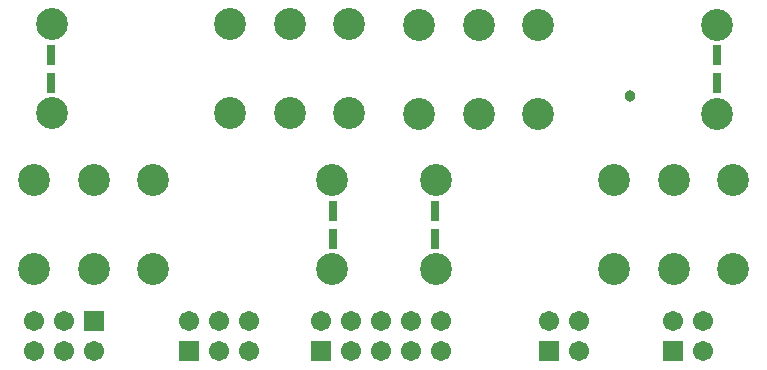
<source format=gbs>
G04*
G04 #@! TF.GenerationSoftware,Altium Limited,Altium Designer,24.5.2 (23)*
G04*
G04 Layer_Color=16711935*
%FSLAX44Y44*%
%MOMM*%
G71*
G04*
G04 #@! TF.SameCoordinates,D6A8BFCE-4E3A-4C26-B7BD-A5B2BDC27384*
G04*
G04*
G04 #@! TF.FilePolarity,Negative*
G04*
G01*
G75*
%ADD12R,1.7032X1.7032*%
%ADD13C,1.7032*%
%ADD14C,2.7032*%
%ADD15C,0.9652*%
%ADD23R,0.7532X1.6532*%
D12*
X271780Y20066D02*
D03*
X464820D02*
D03*
X570230D02*
D03*
X160000D02*
D03*
X80000Y45466D02*
D03*
D13*
X271780D02*
D03*
X297180Y20066D02*
D03*
Y45466D02*
D03*
X322580Y20066D02*
D03*
Y45466D02*
D03*
X347980Y20066D02*
D03*
Y45466D02*
D03*
X373380Y20066D02*
D03*
Y45466D02*
D03*
X464820D02*
D03*
X490220Y20066D02*
D03*
Y45466D02*
D03*
X570230D02*
D03*
X595630Y20066D02*
D03*
Y45466D02*
D03*
X210800D02*
D03*
Y20066D02*
D03*
X185400Y45466D02*
D03*
Y20066D02*
D03*
X160000Y45466D02*
D03*
X29200Y20066D02*
D03*
Y45466D02*
D03*
X54600Y20066D02*
D03*
Y45466D02*
D03*
X80000Y20066D02*
D03*
D14*
X621100Y89200D02*
D03*
X570700D02*
D03*
X520300D02*
D03*
X621100Y164800D02*
D03*
X570700D02*
D03*
X520300D02*
D03*
X369100Y89200D02*
D03*
Y164800D02*
D03*
X355060Y296580D02*
D03*
X405460D02*
D03*
X455860D02*
D03*
X355060Y220980D02*
D03*
X405460D02*
D03*
X455860D02*
D03*
X607060Y296580D02*
D03*
Y220980D02*
D03*
X29140Y164800D02*
D03*
X79540D02*
D03*
X129940D02*
D03*
X29140Y89200D02*
D03*
X79540D02*
D03*
X129940D02*
D03*
X281140Y164800D02*
D03*
Y89200D02*
D03*
X295980Y221280D02*
D03*
X245580D02*
D03*
X195180D02*
D03*
X295980Y296880D02*
D03*
X245580D02*
D03*
X195180D02*
D03*
X43980Y221280D02*
D03*
Y296880D02*
D03*
D15*
X533400Y236220D02*
D03*
D23*
X43180Y247330D02*
D03*
Y270830D02*
D03*
X607060D02*
D03*
Y247330D02*
D03*
X368300Y115250D02*
D03*
Y138750D02*
D03*
X281940D02*
D03*
Y115250D02*
D03*
M02*

</source>
